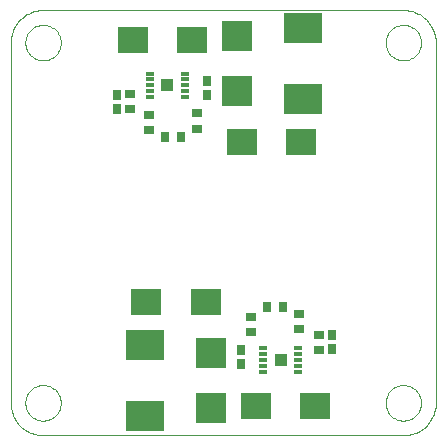
<source format=gtp>
G75*
%MOIN*%
%OFA0B0*%
%FSLAX24Y24*%
%IPPOS*%
%LPD*%
%AMOC8*
5,1,8,0,0,1.08239X$1,22.5*
%
%ADD10C,0.0000*%
%ADD11R,0.0310X0.0120*%
%ADD12R,0.0400X0.0400*%
%ADD13R,0.0276X0.0354*%
%ADD14R,0.0354X0.0276*%
%ADD15R,0.1280X0.0984*%
%ADD16R,0.1000X0.1000*%
%ADD17R,0.0291X0.0364*%
%ADD18R,0.1024X0.0866*%
D10*
X005626Y001648D02*
X005626Y013656D01*
X006118Y013656D02*
X006120Y013704D01*
X006126Y013752D01*
X006136Y013799D01*
X006149Y013845D01*
X006167Y013890D01*
X006187Y013934D01*
X006212Y013976D01*
X006240Y014015D01*
X006270Y014052D01*
X006304Y014086D01*
X006341Y014118D01*
X006379Y014147D01*
X006420Y014172D01*
X006463Y014194D01*
X006508Y014212D01*
X006554Y014226D01*
X006601Y014237D01*
X006649Y014244D01*
X006697Y014247D01*
X006745Y014246D01*
X006793Y014241D01*
X006841Y014232D01*
X006887Y014220D01*
X006932Y014203D01*
X006976Y014183D01*
X007018Y014160D01*
X007058Y014133D01*
X007096Y014103D01*
X007131Y014070D01*
X007163Y014034D01*
X007193Y013996D01*
X007219Y013955D01*
X007241Y013912D01*
X007261Y013868D01*
X007276Y013823D01*
X007288Y013776D01*
X007296Y013728D01*
X007300Y013680D01*
X007300Y013632D01*
X007296Y013584D01*
X007288Y013536D01*
X007276Y013489D01*
X007261Y013444D01*
X007241Y013400D01*
X007219Y013357D01*
X007193Y013316D01*
X007163Y013278D01*
X007131Y013242D01*
X007096Y013209D01*
X007058Y013179D01*
X007018Y013152D01*
X006976Y013129D01*
X006932Y013109D01*
X006887Y013092D01*
X006841Y013080D01*
X006793Y013071D01*
X006745Y013066D01*
X006697Y013065D01*
X006649Y013068D01*
X006601Y013075D01*
X006554Y013086D01*
X006508Y013100D01*
X006463Y013118D01*
X006420Y013140D01*
X006379Y013165D01*
X006341Y013194D01*
X006304Y013226D01*
X006270Y013260D01*
X006240Y013297D01*
X006212Y013336D01*
X006187Y013378D01*
X006167Y013422D01*
X006149Y013467D01*
X006136Y013513D01*
X006126Y013560D01*
X006120Y013608D01*
X006118Y013656D01*
X005626Y013656D02*
X005628Y013719D01*
X005633Y013782D01*
X005642Y013844D01*
X005655Y013906D01*
X005671Y013967D01*
X005691Y014026D01*
X005715Y014085D01*
X005741Y014142D01*
X005771Y014198D01*
X005804Y014251D01*
X005840Y014303D01*
X005879Y014352D01*
X005921Y014399D01*
X005966Y014444D01*
X006013Y014486D01*
X006062Y014525D01*
X006114Y014561D01*
X006168Y014594D01*
X006223Y014624D01*
X006280Y014650D01*
X006339Y014674D01*
X006398Y014694D01*
X006459Y014710D01*
X006521Y014723D01*
X006583Y014732D01*
X006646Y014737D01*
X006709Y014739D01*
X018716Y014739D01*
X018125Y013656D02*
X018127Y013704D01*
X018133Y013752D01*
X018143Y013799D01*
X018156Y013845D01*
X018174Y013890D01*
X018194Y013934D01*
X018219Y013976D01*
X018247Y014015D01*
X018277Y014052D01*
X018311Y014086D01*
X018348Y014118D01*
X018386Y014147D01*
X018427Y014172D01*
X018470Y014194D01*
X018515Y014212D01*
X018561Y014226D01*
X018608Y014237D01*
X018656Y014244D01*
X018704Y014247D01*
X018752Y014246D01*
X018800Y014241D01*
X018848Y014232D01*
X018894Y014220D01*
X018939Y014203D01*
X018983Y014183D01*
X019025Y014160D01*
X019065Y014133D01*
X019103Y014103D01*
X019138Y014070D01*
X019170Y014034D01*
X019200Y013996D01*
X019226Y013955D01*
X019248Y013912D01*
X019268Y013868D01*
X019283Y013823D01*
X019295Y013776D01*
X019303Y013728D01*
X019307Y013680D01*
X019307Y013632D01*
X019303Y013584D01*
X019295Y013536D01*
X019283Y013489D01*
X019268Y013444D01*
X019248Y013400D01*
X019226Y013357D01*
X019200Y013316D01*
X019170Y013278D01*
X019138Y013242D01*
X019103Y013209D01*
X019065Y013179D01*
X019025Y013152D01*
X018983Y013129D01*
X018939Y013109D01*
X018894Y013092D01*
X018848Y013080D01*
X018800Y013071D01*
X018752Y013066D01*
X018704Y013065D01*
X018656Y013068D01*
X018608Y013075D01*
X018561Y013086D01*
X018515Y013100D01*
X018470Y013118D01*
X018427Y013140D01*
X018386Y013165D01*
X018348Y013194D01*
X018311Y013226D01*
X018277Y013260D01*
X018247Y013297D01*
X018219Y013336D01*
X018194Y013378D01*
X018174Y013422D01*
X018156Y013467D01*
X018143Y013513D01*
X018133Y013560D01*
X018127Y013608D01*
X018125Y013656D01*
X018716Y014739D02*
X018779Y014737D01*
X018842Y014732D01*
X018904Y014723D01*
X018966Y014710D01*
X019027Y014694D01*
X019086Y014674D01*
X019145Y014650D01*
X019202Y014624D01*
X019258Y014594D01*
X019311Y014561D01*
X019363Y014525D01*
X019412Y014486D01*
X019459Y014444D01*
X019504Y014399D01*
X019546Y014352D01*
X019585Y014303D01*
X019621Y014251D01*
X019654Y014198D01*
X019684Y014142D01*
X019710Y014085D01*
X019734Y014026D01*
X019754Y013967D01*
X019770Y013906D01*
X019783Y013844D01*
X019792Y013782D01*
X019797Y013719D01*
X019799Y013656D01*
X019799Y001648D01*
X018125Y001648D02*
X018127Y001696D01*
X018133Y001744D01*
X018143Y001791D01*
X018156Y001837D01*
X018174Y001882D01*
X018194Y001926D01*
X018219Y001968D01*
X018247Y002007D01*
X018277Y002044D01*
X018311Y002078D01*
X018348Y002110D01*
X018386Y002139D01*
X018427Y002164D01*
X018470Y002186D01*
X018515Y002204D01*
X018561Y002218D01*
X018608Y002229D01*
X018656Y002236D01*
X018704Y002239D01*
X018752Y002238D01*
X018800Y002233D01*
X018848Y002224D01*
X018894Y002212D01*
X018939Y002195D01*
X018983Y002175D01*
X019025Y002152D01*
X019065Y002125D01*
X019103Y002095D01*
X019138Y002062D01*
X019170Y002026D01*
X019200Y001988D01*
X019226Y001947D01*
X019248Y001904D01*
X019268Y001860D01*
X019283Y001815D01*
X019295Y001768D01*
X019303Y001720D01*
X019307Y001672D01*
X019307Y001624D01*
X019303Y001576D01*
X019295Y001528D01*
X019283Y001481D01*
X019268Y001436D01*
X019248Y001392D01*
X019226Y001349D01*
X019200Y001308D01*
X019170Y001270D01*
X019138Y001234D01*
X019103Y001201D01*
X019065Y001171D01*
X019025Y001144D01*
X018983Y001121D01*
X018939Y001101D01*
X018894Y001084D01*
X018848Y001072D01*
X018800Y001063D01*
X018752Y001058D01*
X018704Y001057D01*
X018656Y001060D01*
X018608Y001067D01*
X018561Y001078D01*
X018515Y001092D01*
X018470Y001110D01*
X018427Y001132D01*
X018386Y001157D01*
X018348Y001186D01*
X018311Y001218D01*
X018277Y001252D01*
X018247Y001289D01*
X018219Y001328D01*
X018194Y001370D01*
X018174Y001414D01*
X018156Y001459D01*
X018143Y001505D01*
X018133Y001552D01*
X018127Y001600D01*
X018125Y001648D01*
X018716Y000565D02*
X018779Y000567D01*
X018842Y000572D01*
X018904Y000581D01*
X018966Y000594D01*
X019027Y000610D01*
X019086Y000630D01*
X019145Y000654D01*
X019202Y000680D01*
X019258Y000710D01*
X019311Y000743D01*
X019363Y000779D01*
X019412Y000818D01*
X019459Y000860D01*
X019504Y000905D01*
X019546Y000952D01*
X019585Y001001D01*
X019621Y001053D01*
X019654Y001107D01*
X019684Y001162D01*
X019710Y001219D01*
X019734Y001278D01*
X019754Y001337D01*
X019770Y001398D01*
X019783Y001460D01*
X019792Y001522D01*
X019797Y001585D01*
X019799Y001648D01*
X018716Y000566D02*
X006709Y000566D01*
X006118Y001648D02*
X006120Y001696D01*
X006126Y001744D01*
X006136Y001791D01*
X006149Y001837D01*
X006167Y001882D01*
X006187Y001926D01*
X006212Y001968D01*
X006240Y002007D01*
X006270Y002044D01*
X006304Y002078D01*
X006341Y002110D01*
X006379Y002139D01*
X006420Y002164D01*
X006463Y002186D01*
X006508Y002204D01*
X006554Y002218D01*
X006601Y002229D01*
X006649Y002236D01*
X006697Y002239D01*
X006745Y002238D01*
X006793Y002233D01*
X006841Y002224D01*
X006887Y002212D01*
X006932Y002195D01*
X006976Y002175D01*
X007018Y002152D01*
X007058Y002125D01*
X007096Y002095D01*
X007131Y002062D01*
X007163Y002026D01*
X007193Y001988D01*
X007219Y001947D01*
X007241Y001904D01*
X007261Y001860D01*
X007276Y001815D01*
X007288Y001768D01*
X007296Y001720D01*
X007300Y001672D01*
X007300Y001624D01*
X007296Y001576D01*
X007288Y001528D01*
X007276Y001481D01*
X007261Y001436D01*
X007241Y001392D01*
X007219Y001349D01*
X007193Y001308D01*
X007163Y001270D01*
X007131Y001234D01*
X007096Y001201D01*
X007058Y001171D01*
X007018Y001144D01*
X006976Y001121D01*
X006932Y001101D01*
X006887Y001084D01*
X006841Y001072D01*
X006793Y001063D01*
X006745Y001058D01*
X006697Y001057D01*
X006649Y001060D01*
X006601Y001067D01*
X006554Y001078D01*
X006508Y001092D01*
X006463Y001110D01*
X006420Y001132D01*
X006379Y001157D01*
X006341Y001186D01*
X006304Y001218D01*
X006270Y001252D01*
X006240Y001289D01*
X006212Y001328D01*
X006187Y001370D01*
X006167Y001414D01*
X006149Y001459D01*
X006136Y001505D01*
X006126Y001552D01*
X006120Y001600D01*
X006118Y001648D01*
X005626Y001648D02*
X005628Y001585D01*
X005633Y001522D01*
X005642Y001460D01*
X005655Y001398D01*
X005671Y001337D01*
X005691Y001278D01*
X005715Y001219D01*
X005741Y001162D01*
X005771Y001107D01*
X005804Y001053D01*
X005840Y001001D01*
X005879Y000952D01*
X005921Y000905D01*
X005966Y000860D01*
X006013Y000818D01*
X006062Y000779D01*
X006114Y000743D01*
X006167Y000710D01*
X006223Y000680D01*
X006280Y000654D01*
X006339Y000630D01*
X006398Y000610D01*
X006459Y000594D01*
X006521Y000581D01*
X006583Y000572D01*
X006646Y000567D01*
X006709Y000565D01*
D11*
X014052Y002686D03*
X014052Y002876D03*
X014052Y003076D03*
X014052Y003276D03*
X014052Y003466D03*
X015212Y003466D03*
X015212Y003276D03*
X015212Y003076D03*
X015212Y002876D03*
X015212Y002686D03*
X011422Y011839D03*
X011422Y012029D03*
X011422Y012229D03*
X011422Y012429D03*
X011422Y012619D03*
X010262Y012619D03*
X010262Y012429D03*
X010262Y012229D03*
X010262Y012029D03*
X010262Y011839D03*
D12*
X010842Y012229D03*
X014632Y003076D03*
D13*
X014691Y004847D03*
X014179Y004847D03*
X011295Y010507D03*
X010783Y010507D03*
D14*
X010252Y010743D03*
X010252Y011255D03*
X009612Y011432D03*
X009612Y011944D03*
X011827Y011304D03*
X011827Y010792D03*
X015222Y004611D03*
X015222Y004099D03*
X015911Y003922D03*
X015911Y003410D03*
X013647Y004001D03*
X013647Y004513D03*
D15*
X010104Y003568D03*
X010104Y001206D03*
X015370Y011786D03*
X015370Y014148D03*
D16*
X013155Y013892D03*
X013155Y012042D03*
X012319Y003312D03*
X012319Y001462D03*
D17*
X013303Y002938D03*
X013303Y003410D03*
X016354Y003430D03*
X016354Y003902D03*
X009169Y011452D03*
X009169Y011924D03*
X012171Y011894D03*
X012171Y012367D03*
D18*
X011679Y013755D03*
X009710Y013755D03*
X013352Y010359D03*
X015321Y010359D03*
X012122Y004995D03*
X010153Y004995D03*
X013795Y001550D03*
X015764Y001550D03*
M02*

</source>
